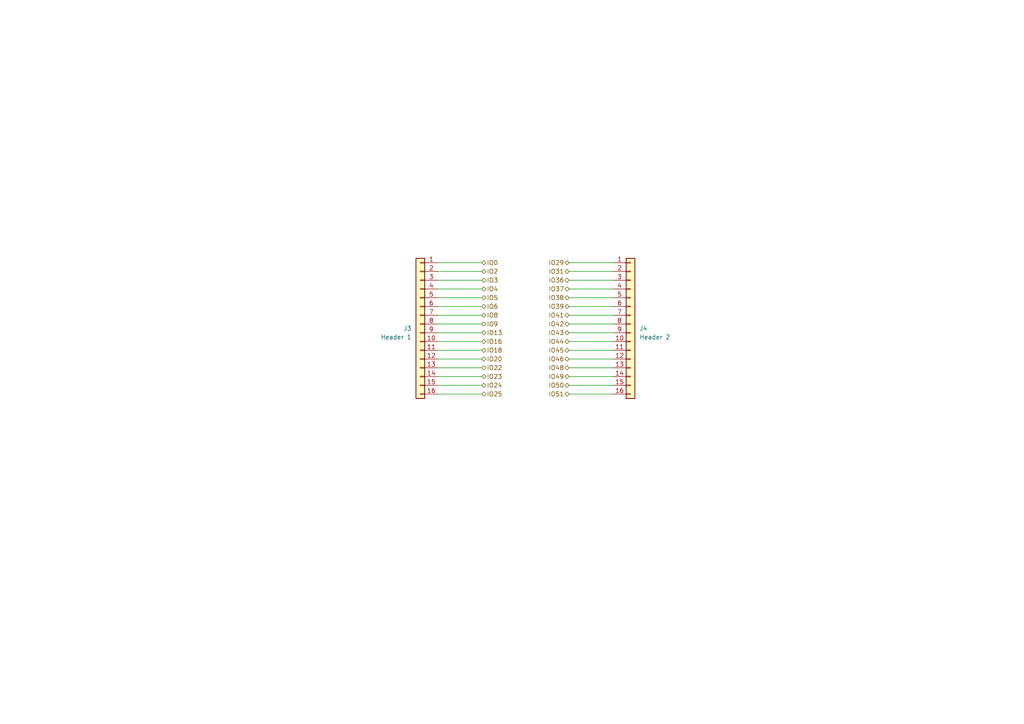
<source format=kicad_sch>
(kicad_sch (version 20230121) (generator eeschema)

  (uuid 81f919c4-f89d-4673-a877-5843b048ec6f)

  (paper "A4")

  (title_block
    (title "iCE40 DevBoard")
    (date "July 2024")
    (rev "v1")
  )

  (lib_symbols
    (symbol "Connector_Generic:Conn_01x16" (pin_names (offset 1.016) hide) (in_bom yes) (on_board yes)
      (property "Reference" "J" (at 0 20.32 0)
        (effects (font (size 1.27 1.27)))
      )
      (property "Value" "Conn_01x16" (at 0 -22.86 0)
        (effects (font (size 1.27 1.27)))
      )
      (property "Footprint" "" (at 0 0 0)
        (effects (font (size 1.27 1.27)) hide)
      )
      (property "Datasheet" "~" (at 0 0 0)
        (effects (font (size 1.27 1.27)) hide)
      )
      (property "ki_keywords" "connector" (at 0 0 0)
        (effects (font (size 1.27 1.27)) hide)
      )
      (property "ki_description" "Generic connector, single row, 01x16, script generated (kicad-library-utils/schlib/autogen/connector/)" (at 0 0 0)
        (effects (font (size 1.27 1.27)) hide)
      )
      (property "ki_fp_filters" "Connector*:*_1x??_*" (at 0 0 0)
        (effects (font (size 1.27 1.27)) hide)
      )
      (symbol "Conn_01x16_1_1"
        (rectangle (start -1.27 -20.193) (end 0 -20.447)
          (stroke (width 0.1524) (type default))
          (fill (type none))
        )
        (rectangle (start -1.27 -17.653) (end 0 -17.907)
          (stroke (width 0.1524) (type default))
          (fill (type none))
        )
        (rectangle (start -1.27 -15.113) (end 0 -15.367)
          (stroke (width 0.1524) (type default))
          (fill (type none))
        )
        (rectangle (start -1.27 -12.573) (end 0 -12.827)
          (stroke (width 0.1524) (type default))
          (fill (type none))
        )
        (rectangle (start -1.27 -10.033) (end 0 -10.287)
          (stroke (width 0.1524) (type default))
          (fill (type none))
        )
        (rectangle (start -1.27 -7.493) (end 0 -7.747)
          (stroke (width 0.1524) (type default))
          (fill (type none))
        )
        (rectangle (start -1.27 -4.953) (end 0 -5.207)
          (stroke (width 0.1524) (type default))
          (fill (type none))
        )
        (rectangle (start -1.27 -2.413) (end 0 -2.667)
          (stroke (width 0.1524) (type default))
          (fill (type none))
        )
        (rectangle (start -1.27 0.127) (end 0 -0.127)
          (stroke (width 0.1524) (type default))
          (fill (type none))
        )
        (rectangle (start -1.27 2.667) (end 0 2.413)
          (stroke (width 0.1524) (type default))
          (fill (type none))
        )
        (rectangle (start -1.27 5.207) (end 0 4.953)
          (stroke (width 0.1524) (type default))
          (fill (type none))
        )
        (rectangle (start -1.27 7.747) (end 0 7.493)
          (stroke (width 0.1524) (type default))
          (fill (type none))
        )
        (rectangle (start -1.27 10.287) (end 0 10.033)
          (stroke (width 0.1524) (type default))
          (fill (type none))
        )
        (rectangle (start -1.27 12.827) (end 0 12.573)
          (stroke (width 0.1524) (type default))
          (fill (type none))
        )
        (rectangle (start -1.27 15.367) (end 0 15.113)
          (stroke (width 0.1524) (type default))
          (fill (type none))
        )
        (rectangle (start -1.27 17.907) (end 0 17.653)
          (stroke (width 0.1524) (type default))
          (fill (type none))
        )
        (rectangle (start -1.27 19.05) (end 1.27 -21.59)
          (stroke (width 0.254) (type default))
          (fill (type background))
        )
        (pin passive line (at -5.08 17.78 0) (length 3.81)
          (name "Pin_1" (effects (font (size 1.27 1.27))))
          (number "1" (effects (font (size 1.27 1.27))))
        )
        (pin passive line (at -5.08 -5.08 0) (length 3.81)
          (name "Pin_10" (effects (font (size 1.27 1.27))))
          (number "10" (effects (font (size 1.27 1.27))))
        )
        (pin passive line (at -5.08 -7.62 0) (length 3.81)
          (name "Pin_11" (effects (font (size 1.27 1.27))))
          (number "11" (effects (font (size 1.27 1.27))))
        )
        (pin passive line (at -5.08 -10.16 0) (length 3.81)
          (name "Pin_12" (effects (font (size 1.27 1.27))))
          (number "12" (effects (font (size 1.27 1.27))))
        )
        (pin passive line (at -5.08 -12.7 0) (length 3.81)
          (name "Pin_13" (effects (font (size 1.27 1.27))))
          (number "13" (effects (font (size 1.27 1.27))))
        )
        (pin passive line (at -5.08 -15.24 0) (length 3.81)
          (name "Pin_14" (effects (font (size 1.27 1.27))))
          (number "14" (effects (font (size 1.27 1.27))))
        )
        (pin passive line (at -5.08 -17.78 0) (length 3.81)
          (name "Pin_15" (effects (font (size 1.27 1.27))))
          (number "15" (effects (font (size 1.27 1.27))))
        )
        (pin passive line (at -5.08 -20.32 0) (length 3.81)
          (name "Pin_16" (effects (font (size 1.27 1.27))))
          (number "16" (effects (font (size 1.27 1.27))))
        )
        (pin passive line (at -5.08 15.24 0) (length 3.81)
          (name "Pin_2" (effects (font (size 1.27 1.27))))
          (number "2" (effects (font (size 1.27 1.27))))
        )
        (pin passive line (at -5.08 12.7 0) (length 3.81)
          (name "Pin_3" (effects (font (size 1.27 1.27))))
          (number "3" (effects (font (size 1.27 1.27))))
        )
        (pin passive line (at -5.08 10.16 0) (length 3.81)
          (name "Pin_4" (effects (font (size 1.27 1.27))))
          (number "4" (effects (font (size 1.27 1.27))))
        )
        (pin passive line (at -5.08 7.62 0) (length 3.81)
          (name "Pin_5" (effects (font (size 1.27 1.27))))
          (number "5" (effects (font (size 1.27 1.27))))
        )
        (pin passive line (at -5.08 5.08 0) (length 3.81)
          (name "Pin_6" (effects (font (size 1.27 1.27))))
          (number "6" (effects (font (size 1.27 1.27))))
        )
        (pin passive line (at -5.08 2.54 0) (length 3.81)
          (name "Pin_7" (effects (font (size 1.27 1.27))))
          (number "7" (effects (font (size 1.27 1.27))))
        )
        (pin passive line (at -5.08 0 0) (length 3.81)
          (name "Pin_8" (effects (font (size 1.27 1.27))))
          (number "8" (effects (font (size 1.27 1.27))))
        )
        (pin passive line (at -5.08 -2.54 0) (length 3.81)
          (name "Pin_9" (effects (font (size 1.27 1.27))))
          (number "9" (effects (font (size 1.27 1.27))))
        )
      )
    )
  )


  (wire (pts (xy 165.1 104.14) (xy 177.8 104.14))
    (stroke (width 0) (type default))
    (uuid 101c8b8d-c868-4095-838b-f391f39a3055)
  )
  (wire (pts (xy 165.1 99.06) (xy 177.8 99.06))
    (stroke (width 0) (type default))
    (uuid 154386da-8a50-47ef-8059-4c69028720a5)
  )
  (wire (pts (xy 139.7 93.98) (xy 127 93.98))
    (stroke (width 0) (type default))
    (uuid 200dfe78-06dd-4e6d-87e8-621c2988815b)
  )
  (wire (pts (xy 165.1 109.22) (xy 177.8 109.22))
    (stroke (width 0) (type default))
    (uuid 301072fb-c51e-4d28-b205-834ecf396b12)
  )
  (wire (pts (xy 139.7 76.2) (xy 127 76.2))
    (stroke (width 0) (type default))
    (uuid 3229c850-6c75-429b-b2cb-4a8e841a64f5)
  )
  (wire (pts (xy 165.1 88.9) (xy 177.8 88.9))
    (stroke (width 0) (type default))
    (uuid 4e25d26d-b250-42c1-b1a2-5f42d2c54269)
  )
  (wire (pts (xy 165.1 111.76) (xy 177.8 111.76))
    (stroke (width 0) (type default))
    (uuid 5047f8af-18de-4170-9b74-f463c5c0026a)
  )
  (wire (pts (xy 139.7 101.6) (xy 127 101.6))
    (stroke (width 0) (type default))
    (uuid 5f719a6d-159c-4ebb-9b99-2f2ae9048071)
  )
  (wire (pts (xy 139.7 83.82) (xy 127 83.82))
    (stroke (width 0) (type default))
    (uuid 60d4e772-3596-4e26-b0f3-18339cc8d9a6)
  )
  (wire (pts (xy 139.7 114.3) (xy 127 114.3))
    (stroke (width 0) (type default))
    (uuid 6356adad-008a-4464-a09e-ba43f5ef051e)
  )
  (wire (pts (xy 139.7 109.22) (xy 127 109.22))
    (stroke (width 0) (type default))
    (uuid 6481c3fe-9b12-4e53-8330-0b55b47a3b3a)
  )
  (wire (pts (xy 139.7 104.14) (xy 127 104.14))
    (stroke (width 0) (type default))
    (uuid 73866a54-1bba-4683-a610-5bd01c9ba3b8)
  )
  (wire (pts (xy 165.1 76.2) (xy 177.8 76.2))
    (stroke (width 0) (type default))
    (uuid 7ff9eb77-088c-4568-a6fe-35c8a049e012)
  )
  (wire (pts (xy 165.1 83.82) (xy 177.8 83.82))
    (stroke (width 0) (type default))
    (uuid 87344104-169d-4f58-8b17-cb132b5db3b9)
  )
  (wire (pts (xy 139.7 88.9) (xy 127 88.9))
    (stroke (width 0) (type default))
    (uuid 970444f7-857d-4274-907a-ced7ce14cc09)
  )
  (wire (pts (xy 165.1 93.98) (xy 177.8 93.98))
    (stroke (width 0) (type default))
    (uuid a28ed3d4-20ad-409b-95d3-dab01759337b)
  )
  (wire (pts (xy 165.1 91.44) (xy 177.8 91.44))
    (stroke (width 0) (type default))
    (uuid a8e0c424-ff26-40b3-83a4-dc1d4dbd2507)
  )
  (wire (pts (xy 165.1 81.28) (xy 177.8 81.28))
    (stroke (width 0) (type default))
    (uuid af468804-a632-40c1-815a-c22ae66b37f4)
  )
  (wire (pts (xy 139.7 106.68) (xy 127 106.68))
    (stroke (width 0) (type default))
    (uuid bf87a2d3-e5d2-428a-a5e8-860d3e66f096)
  )
  (wire (pts (xy 165.1 114.3) (xy 177.8 114.3))
    (stroke (width 0) (type default))
    (uuid c3dc2c5a-442f-4698-af1d-520f8ae1c5cf)
  )
  (wire (pts (xy 139.7 91.44) (xy 127 91.44))
    (stroke (width 0) (type default))
    (uuid c84f7a23-a1b4-4314-9dec-e69336c2515f)
  )
  (wire (pts (xy 139.7 81.28) (xy 127 81.28))
    (stroke (width 0) (type default))
    (uuid cd0fefbd-a679-45d2-93db-cf20a5b7d81d)
  )
  (wire (pts (xy 139.7 111.76) (xy 127 111.76))
    (stroke (width 0) (type default))
    (uuid d1378147-3712-4900-876e-c1fed46cae9c)
  )
  (wire (pts (xy 139.7 86.36) (xy 127 86.36))
    (stroke (width 0) (type default))
    (uuid d2fd43e3-be63-4deb-ab42-03fdac1599c1)
  )
  (wire (pts (xy 139.7 96.52) (xy 127 96.52))
    (stroke (width 0) (type default))
    (uuid e0f930be-b6f0-4545-9e22-a473b0cfadbb)
  )
  (wire (pts (xy 165.1 96.52) (xy 177.8 96.52))
    (stroke (width 0) (type default))
    (uuid e2cac304-2328-4106-874e-dfe503e85eb0)
  )
  (wire (pts (xy 139.7 78.74) (xy 127 78.74))
    (stroke (width 0) (type default))
    (uuid e2d94d98-401a-4d5e-b519-cc52d2d8acac)
  )
  (wire (pts (xy 165.1 86.36) (xy 177.8 86.36))
    (stroke (width 0) (type default))
    (uuid e4659093-1731-44e0-8455-daa06374ded5)
  )
  (wire (pts (xy 165.1 101.6) (xy 177.8 101.6))
    (stroke (width 0) (type default))
    (uuid eed87b23-5704-40d5-9b43-5c21f6265833)
  )
  (wire (pts (xy 139.7 99.06) (xy 127 99.06))
    (stroke (width 0) (type default))
    (uuid f4dc550c-0fe1-486c-b867-f873178c8b36)
  )
  (wire (pts (xy 165.1 78.74) (xy 177.8 78.74))
    (stroke (width 0) (type default))
    (uuid f58f4018-c4b4-4151-8c42-0f0d6baff880)
  )
  (wire (pts (xy 165.1 106.68) (xy 177.8 106.68))
    (stroke (width 0) (type default))
    (uuid fbe808f1-2a51-415a-a0b8-e089053032e2)
  )

  (hierarchical_label "IO31" (shape bidirectional) (at 165.1 78.74 180) (fields_autoplaced)
    (effects (font (size 1.27 1.27)) (justify right))
    (uuid 05d20278-87f1-4830-9f83-7561a86afd40)
  )
  (hierarchical_label "IO42" (shape bidirectional) (at 165.1 93.98 180) (fields_autoplaced)
    (effects (font (size 1.27 1.27)) (justify right))
    (uuid 17c40533-7b5c-4013-a8e6-aacbe9946450)
  )
  (hierarchical_label "IO25" (shape bidirectional) (at 139.7 114.3 0) (fields_autoplaced)
    (effects (font (size 1.27 1.27)) (justify left))
    (uuid 23267666-3fb4-4e7c-b516-70c7fcbd0ffe)
  )
  (hierarchical_label "IO49" (shape bidirectional) (at 165.1 109.22 180) (fields_autoplaced)
    (effects (font (size 1.27 1.27)) (justify right))
    (uuid 2e851bb1-2129-425e-8287-a3128d6ca799)
  )
  (hierarchical_label "IO5" (shape bidirectional) (at 139.7 86.36 0) (fields_autoplaced)
    (effects (font (size 1.27 1.27)) (justify left))
    (uuid 306b99e0-bac6-4321-a7d0-7bc7500247d9)
  )
  (hierarchical_label "IO20" (shape bidirectional) (at 139.7 104.14 0) (fields_autoplaced)
    (effects (font (size 1.27 1.27)) (justify left))
    (uuid 335b6410-e209-4477-a01b-6d308bec0c13)
  )
  (hierarchical_label "IO16" (shape bidirectional) (at 139.7 99.06 0) (fields_autoplaced)
    (effects (font (size 1.27 1.27)) (justify left))
    (uuid 3ea58233-de8b-4ed7-87cb-51d9584e7d1c)
  )
  (hierarchical_label "IO2" (shape bidirectional) (at 139.7 78.74 0) (fields_autoplaced)
    (effects (font (size 1.27 1.27)) (justify left))
    (uuid 44155987-1326-4bb7-ab76-c83f37a166cc)
  )
  (hierarchical_label "IO36" (shape bidirectional) (at 165.1 81.28 180) (fields_autoplaced)
    (effects (font (size 1.27 1.27)) (justify right))
    (uuid 446281cc-aedc-401e-95f2-7b04cf0c4734)
  )
  (hierarchical_label "IO29" (shape bidirectional) (at 165.1 76.2 180) (fields_autoplaced)
    (effects (font (size 1.27 1.27)) (justify right))
    (uuid 49082bde-0f18-447c-af5f-1325b1ffe5b4)
  )
  (hierarchical_label "IO23" (shape bidirectional) (at 139.7 109.22 0) (fields_autoplaced)
    (effects (font (size 1.27 1.27)) (justify left))
    (uuid 525eeb77-b41e-4272-aa24-986fb127ca13)
  )
  (hierarchical_label "IO48" (shape bidirectional) (at 165.1 106.68 180) (fields_autoplaced)
    (effects (font (size 1.27 1.27)) (justify right))
    (uuid 56a8d796-8bfd-4b2c-b81f-ca3540c23cd9)
  )
  (hierarchical_label "IO9" (shape bidirectional) (at 139.7 93.98 0) (fields_autoplaced)
    (effects (font (size 1.27 1.27)) (justify left))
    (uuid 5ab864a0-4a84-4964-a7d1-8acd0a840374)
  )
  (hierarchical_label "IO51" (shape bidirectional) (at 165.1 114.3 180) (fields_autoplaced)
    (effects (font (size 1.27 1.27)) (justify right))
    (uuid 5d8b6be9-829f-4828-b104-c9dea1708bc9)
  )
  (hierarchical_label "IO24" (shape bidirectional) (at 139.7 111.76 0) (fields_autoplaced)
    (effects (font (size 1.27 1.27)) (justify left))
    (uuid 5df18c05-4d4e-4797-972d-2fa696e2362e)
  )
  (hierarchical_label "IO3" (shape bidirectional) (at 139.7 81.28 0) (fields_autoplaced)
    (effects (font (size 1.27 1.27)) (justify left))
    (uuid 5e8066a4-ef22-45cf-81f7-4a2c1e704d02)
  )
  (hierarchical_label "IO41" (shape bidirectional) (at 165.1 91.44 180) (fields_autoplaced)
    (effects (font (size 1.27 1.27)) (justify right))
    (uuid 6405980c-3233-4525-a2c9-58ffdcf7be0e)
  )
  (hierarchical_label "IO46" (shape bidirectional) (at 165.1 104.14 180) (fields_autoplaced)
    (effects (font (size 1.27 1.27)) (justify right))
    (uuid 66ed00b2-b5ef-453e-bbf4-1e107fdfa7dc)
  )
  (hierarchical_label "IO22" (shape bidirectional) (at 139.7 106.68 0) (fields_autoplaced)
    (effects (font (size 1.27 1.27)) (justify left))
    (uuid 6a8d71ba-c9b1-4050-bfb6-acadf4bacd96)
  )
  (hierarchical_label "IO39" (shape bidirectional) (at 165.1 88.9 180) (fields_autoplaced)
    (effects (font (size 1.27 1.27)) (justify right))
    (uuid 6f66e6e3-cdf7-4289-ac22-5401f04724f4)
  )
  (hierarchical_label "IO45" (shape bidirectional) (at 165.1 101.6 180) (fields_autoplaced)
    (effects (font (size 1.27 1.27)) (justify right))
    (uuid 7be16d3d-e8f9-485b-ae5e-71d2a6360afe)
  )
  (hierarchical_label "IO37" (shape bidirectional) (at 165.1 83.82 180) (fields_autoplaced)
    (effects (font (size 1.27 1.27)) (justify right))
    (uuid 82f24db7-d313-4e28-b2b9-a2048dcf74af)
  )
  (hierarchical_label "IO18" (shape bidirectional) (at 139.7 101.6 0) (fields_autoplaced)
    (effects (font (size 1.27 1.27)) (justify left))
    (uuid 90e533c9-afd1-459e-88c3-492e0d9f4850)
  )
  (hierarchical_label "IO8" (shape bidirectional) (at 139.7 91.44 0) (fields_autoplaced)
    (effects (font (size 1.27 1.27)) (justify left))
    (uuid 9e7453a8-ba95-4e4e-b0bb-ddac1f5efe0c)
  )
  (hierarchical_label "IO50" (shape bidirectional) (at 165.1 111.76 180) (fields_autoplaced)
    (effects (font (size 1.27 1.27)) (justify right))
    (uuid a70975de-f83b-4f44-8693-d3bec4c333ce)
  )
  (hierarchical_label "IO44" (shape bidirectional) (at 165.1 99.06 180) (fields_autoplaced)
    (effects (font (size 1.27 1.27)) (justify right))
    (uuid a836a75c-6117-4d9c-88b2-3563a3964602)
  )
  (hierarchical_label "IO4" (shape bidirectional) (at 139.7 83.82 0) (fields_autoplaced)
    (effects (font (size 1.27 1.27)) (justify left))
    (uuid ba28e202-7d99-47aa-840a-3f7f81cd27ee)
  )
  (hierarchical_label "IO6" (shape bidirectional) (at 139.7 88.9 0) (fields_autoplaced)
    (effects (font (size 1.27 1.27)) (justify left))
    (uuid c3bf6225-2dc6-431d-8f15-9233af9f45a1)
  )
  (hierarchical_label "IO0" (shape bidirectional) (at 139.7 76.2 0) (fields_autoplaced)
    (effects (font (size 1.27 1.27)) (justify left))
    (uuid c5ee134c-2184-4156-a8e8-9519027500d9)
  )
  (hierarchical_label "IO38" (shape bidirectional) (at 165.1 86.36 180) (fields_autoplaced)
    (effects (font (size 1.27 1.27)) (justify right))
    (uuid c6aa2880-fe4c-4e5a-9463-a1750c0ba67f)
  )
  (hierarchical_label "IO43" (shape bidirectional) (at 165.1 96.52 180) (fields_autoplaced)
    (effects (font (size 1.27 1.27)) (justify right))
    (uuid cb77fe22-6a6e-49b3-bbc2-41938a8565c5)
  )
  (hierarchical_label "IO13" (shape bidirectional) (at 139.7 96.52 0) (fields_autoplaced)
    (effects (font (size 1.27 1.27)) (justify left))
    (uuid f68eeafe-e4f7-43de-8484-2ffada472c75)
  )

  (symbol (lib_id "Connector_Generic:Conn_01x16") (at 182.88 93.98 0) (unit 1)
    (in_bom yes) (on_board yes) (dnp no)
    (uuid 68c4f443-d5e6-4423-aecb-d73089eadece)
    (property "Reference" "J4" (at 185.42 95.25 0)
      (effects (font (size 1.27 1.27)) (justify left))
    )
    (property "Value" "Header 2" (at 185.42 97.79 0)
      (effects (font (size 1.27 1.27)) (justify left))
    )
    (property "Footprint" "Connector_PinHeader_2.54mm:PinHeader_1x16_P2.54mm_Vertical" (at 182.88 93.98 0)
      (effects (font (size 1.27 1.27)) hide)
    )
    (property "Datasheet" "~" (at 182.88 93.98 0)
      (effects (font (size 1.27 1.27)) hide)
    )
    (pin "1" (uuid a2acc573-479a-438a-ad6d-132f2e84e40d))
    (pin "10" (uuid c85b9302-5bc2-4f86-a321-9b05ce087e52))
    (pin "11" (uuid ae4bc233-ef05-419d-969d-71b7053e3511))
    (pin "12" (uuid 518dd240-be67-470e-85c3-9fad35b5290a))
    (pin "13" (uuid 8fb00c65-8d14-40ff-b9bc-51b3ca0956b2))
    (pin "14" (uuid 1da1be66-2de4-4ab4-8571-6d1bf9d721f6))
    (pin "15" (uuid 9d392c9b-83b2-4033-a668-1b11591bbdd9))
    (pin "16" (uuid 2c4b972a-6c02-420b-943f-22cb5d95641c))
    (pin "2" (uuid 880b557c-7181-4370-9f1a-cd180bd304fd))
    (pin "3" (uuid 87804d36-833a-4795-8a52-199c0c0a70b6))
    (pin "4" (uuid 36bd4a9d-3479-44ff-8b2a-10006e52e018))
    (pin "5" (uuid 31ba1b0e-6c60-48a3-a998-09fc9975c073))
    (pin "6" (uuid 2c5dfcea-0e57-4d14-8350-63eda8791059))
    (pin "7" (uuid 45efbfb8-35df-4a5b-9eb6-7543d8145a95))
    (pin "8" (uuid 647e3582-61cd-405c-aa79-9e6d68a7e94a))
    (pin "9" (uuid e3706d29-4078-4ec3-91b8-8708c22615e1))
    (instances
      (project "iCE40DevBoard"
        (path "/2f10ad52-4a2c-425a-8339-df6126e31315/19593465-3760-482e-82bf-cb43b444c11c"
          (reference "J4") (unit 1)
        )
      )
    )
  )

  (symbol (lib_id "Connector_Generic:Conn_01x16") (at 121.92 93.98 0) (mirror y) (unit 1)
    (in_bom yes) (on_board yes) (dnp no)
    (uuid fc59362e-4793-453c-8720-f24b1044fcc5)
    (property "Reference" "J3" (at 119.38 95.25 0)
      (effects (font (size 1.27 1.27)) (justify left))
    )
    (property "Value" "Header 1" (at 119.38 97.79 0)
      (effects (font (size 1.27 1.27)) (justify left))
    )
    (property "Footprint" "Connector_PinHeader_2.54mm:PinHeader_1x16_P2.54mm_Vertical" (at 121.92 93.98 0)
      (effects (font (size 1.27 1.27)) hide)
    )
    (property "Datasheet" "~" (at 121.92 93.98 0)
      (effects (font (size 1.27 1.27)) hide)
    )
    (pin "1" (uuid 152caf9e-28e5-4ee1-9e63-5da81dbf88e9))
    (pin "10" (uuid bdf904f3-8db9-4d92-a472-26c99e59aacd))
    (pin "11" (uuid 49540dd3-8f47-4fdf-95cb-30f1614cf442))
    (pin "12" (uuid d89ef149-7a94-486a-b1c7-30ca2920be10))
    (pin "13" (uuid 6d715189-bbb4-4a8b-9f85-7c88be4c6a9e))
    (pin "14" (uuid c4f3d19c-d216-419e-9d05-51e3450cba53))
    (pin "15" (uuid 259aee17-ea37-4a54-b3af-2668b0264b08))
    (pin "16" (uuid 2364b5b4-e00e-48bf-8b65-d72ae62b510d))
    (pin "2" (uuid e9aa23bb-d7f9-41e6-a052-8fc54f502df8))
    (pin "3" (uuid 087cf2be-3f36-42cc-89bb-c5d98df4d1df))
    (pin "4" (uuid 33bcc2c2-69e1-433f-940d-df91ca67fb9a))
    (pin "5" (uuid f65cc0e4-58fa-4f7e-9beb-b49597de9ef4))
    (pin "6" (uuid 5b40cf38-c3f9-4e6c-a93d-01482569a9cc))
    (pin "7" (uuid ea4ae084-06ed-4f1c-9e77-3a82afe9cefd))
    (pin "8" (uuid bd815c16-29ce-4d42-9333-f152e860a67d))
    (pin "9" (uuid afacfdb8-1f49-4a3c-a73b-d967e8ace354))
    (instances
      (project "iCE40DevBoard"
        (path "/2f10ad52-4a2c-425a-8339-df6126e31315/19593465-3760-482e-82bf-cb43b444c11c"
          (reference "J3") (unit 1)
        )
      )
    )
  )
)

</source>
